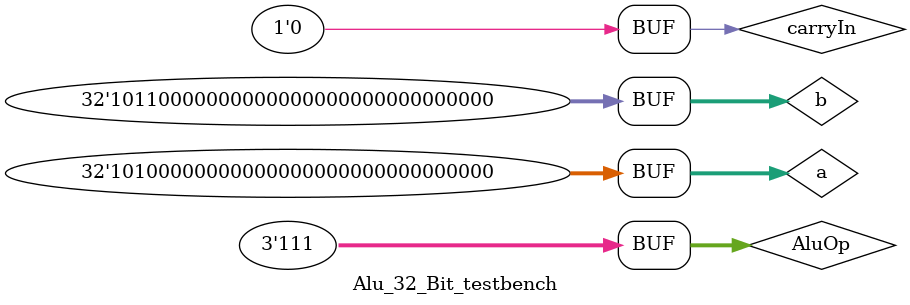
<source format=v>
`define DELAY 20
module Alu_32_Bit_testbench();
	wire carryOut;
	wire [31:0] outputAlu;
	wire Z;
	reg [31:0] less;
	reg[31:0] a;
	reg [31:0]b;
	reg [2:0 ] AluOp;
	reg carryIn;


	Alu_32_Bit alu32tb (carryOut,outputAlu,Z,a,b,carryIn,AluOp);

initial begin
a = 32'b11101101010110101011010101101010; b = 32'b01011110111111011111101111110111; carryIn = 1'b0;  AluOp =3'b000; 
#`DELAY;
a = 32'b10101010101010101010101010101010; b = 32'b01100011011000110110001101100011; carryIn = 1'b0;  AluOp =3'b001; 
#`DELAY;
a = 32'b00101010001010100010101000101010; b = 32'b00101010001010100010101000101010; carryIn = 1'b0;  AluOp =3'b010; 
#`DELAY;
a = 32'b01111010011110100111101001111010; b = 32'b00101010001010100010101000101010; carryIn = 1'b0;  AluOp =3'b110; 
#`DELAY;
a = 32'b10100000000000000000000000000000; b = 32'b10110000000000000000000000000000; carryIn = 1'b0;  AluOp =3'b111; 

end
 
 
initial
begin
$monitor(" AluOp=%3b,a=%32b,b=%32b,cin=%1b,outputAlu=%32b,cOut=%1b Z=%1b", AluOp ,a, b, carryIn,outputAlu, carryOut,Z);
end
 
endmodule
</source>
